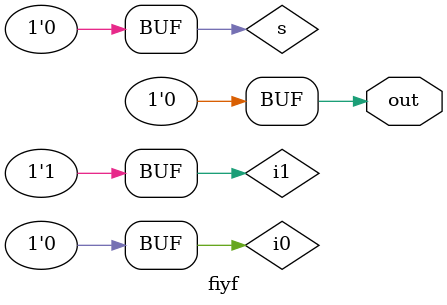
<source format=v>
module fiyf(

  output reg out
);
reg i0,i1,s;
initial begin
i0=0;i1=1;s=0; 
if(s==0)
#5 out=i0;
if(s==1)
#5 out=i1;
end 
endmodule

</source>
